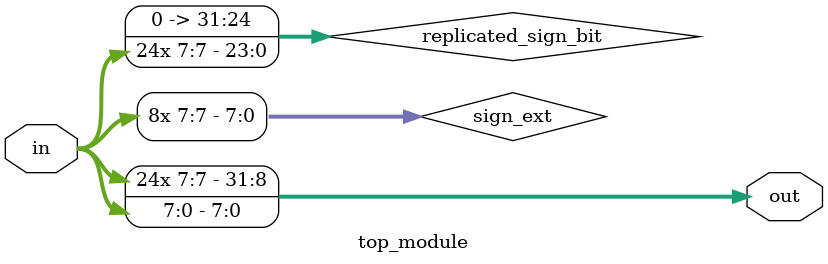
<source format=sv>
module top_module (
    input [7:0] in,
    output [31:0] out
);
    
    wire [7:0] sign_ext;
    wire [31:0] replicated_sign_bit;
    
    assign sign_ext = {24{in[7]}};
    assign replicated_sign_bit = {24{in[7]}};
    
    assign out = {replicated_sign_bit, in};
    
endmodule

</source>
